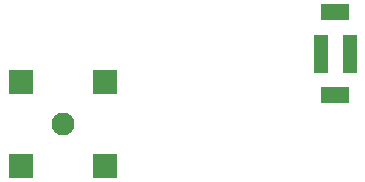
<source format=gbr>
G04 #@! TF.FileFunction,Soldermask,Top*
%FSLAX46Y46*%
G04 Gerber Fmt 4.6, Leading zero omitted, Abs format (unit mm)*
G04 Created by KiCad (PCBNEW 4.0.5) date 04/28/17 15:12:26*
%MOMM*%
%LPD*%
G01*
G04 APERTURE LIST*
%ADD10C,0.100000*%
%ADD11R,1.200000X3.200000*%
%ADD12R,2.400000X1.400000*%
%ADD13R,2.051000X2.051000*%
%ADD14C,1.950000*%
G04 APERTURE END LIST*
D10*
D11*
X36067200Y14584400D03*
D12*
X37287200Y18074400D03*
X37287200Y11074400D03*
D11*
X38507200Y14574400D03*
D13*
X10668000Y5105400D03*
X17780000Y12217400D03*
X10668000Y12217400D03*
X17780000Y5105400D03*
D14*
X14224000Y8661400D03*
M02*

</source>
